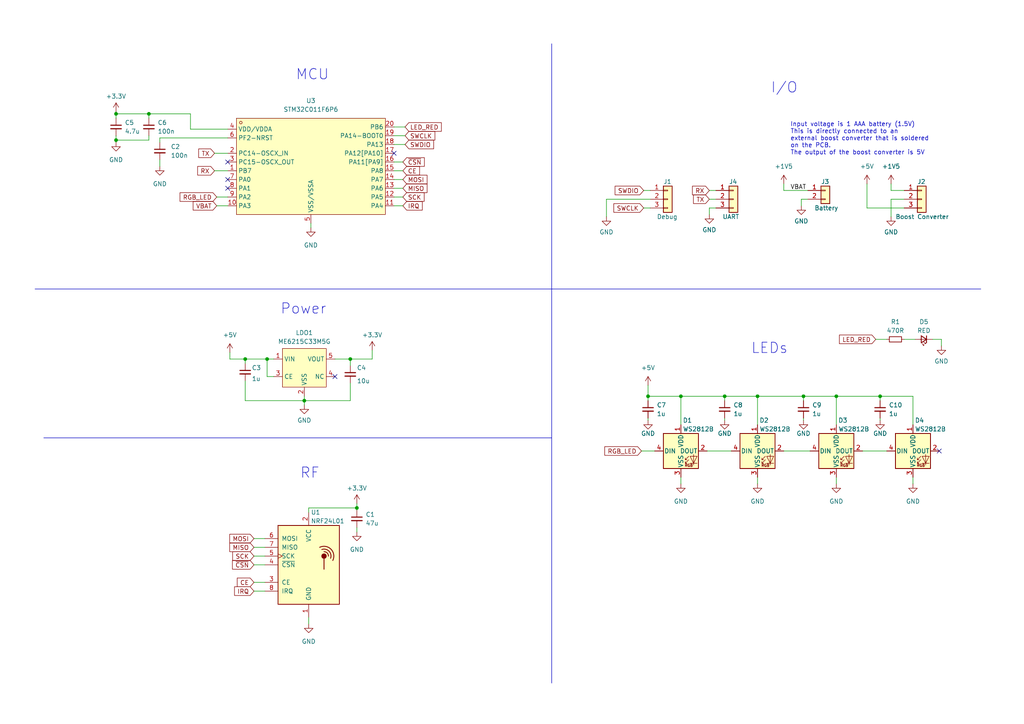
<source format=kicad_sch>
(kicad_sch (version 20230121) (generator eeschema)
  (paper "A4")
  (title_block (title "LumiGift") (date "2023-10-12") (rev "A") (company "Victor Krook"))
  (lib_symbols
    (symbol "Connector_Generic:Conn_01x02" (pin_names (offset 1.016) hide)
      (property "Reference" "J" (at 0 2.54 0))
      (property "Value" "Conn_01x02" (at 0 -5.08 0))
      (symbol "Conn_01x02_1_1"
        (rectangle (start -1.27 -2.413) (end 0 -2.667) (stroke (width 0.1524)))
        (rectangle (start -1.27 0.127) (end 0 -0.127) (stroke (width 0.1524)))
        (rectangle (start -1.27 1.27) (end 1.27 -3.81) (stroke (width 0.254)) (fill (type background)))
        (pin passive line (at -5.08 0 0) (length 3.81) (name "Pin_1") (number "1"))
        (pin passive line (at -5.08 -2.54 0) (length 3.81) (name "Pin_2") (number "2"))
      )
    )
    (symbol "Connector_Generic:Conn_01x03" (pin_names (offset 1.016) hide)
      (property "Reference" "J" (at 0 5.08 0))
      (property "Value" "Conn_01x03" (at 0 -5.08 0))
      (symbol "Conn_01x03_1_1"
        (rectangle (start -1.27 -2.413) (end 0 -2.667) (stroke (width 0.1524)))
        (rectangle (start -1.27 0.127) (end 0 -0.127) (stroke (width 0.1524)))
        (rectangle (start -1.27 2.667) (end 0 2.413) (stroke (width 0.1524)))
        (rectangle (start -1.27 3.81) (end 1.27 -3.81) (stroke (width 0.254)) (fill (type background)))
        (pin passive line (at -5.08 2.54 0) (length 3.81) (name "Pin_1") (number "1"))
        (pin passive line (at -5.08 0 0) (length 3.81) (name "Pin_2") (number "2"))
        (pin passive line (at -5.08 -2.54 0) (length 3.81) (name "Pin_3") (number "3"))
      )
    )
    (symbol "Device:C_Small" (pin_numbers hide) (pin_names (offset 0.254) hide)
      (property "Reference" "C" (at 0.254 1.778 0))
      (property "Value" "C_Small" (at 0.254 -2.032 0))
      (symbol "C_Small_0_1"
        (polyline (pts (xy -1.524 -0.508) (xy 1.524 -0.508)) (stroke (width 0.3302)))
        (polyline (pts (xy -1.524 0.508) (xy 1.524 0.508)) (stroke (width 0.3048)))
      )
      (symbol "C_Small_1_1"
        (pin passive line (at 0 2.54 270) (length 2.032) (name "~") (number "1"))
        (pin passive line (at 0 -2.54 90) (length 2.032) (name "~") (number "2"))
      )
    )
    (symbol "Device:LED_Small" (pin_numbers hide) (pin_names (offset 0.254) hide)
      (property "Reference" "D" (at -1.27 3.175 0))
      (property "Value" "LED_Small" (at -4.445 -2.54 0))
      (symbol "LED_Small_0_1"
        (polyline (pts (xy -0.762 -1.016) (xy -0.762 1.016)) (stroke (width 0.254)))
        (polyline (pts (xy 1.016 0) (xy -0.762 0)))
        (polyline (pts (xy 0.762 -1.016) (xy -0.762 0) (xy 0.762 1.016) (xy 0.762 -1.016)) (stroke (width 0.254)))
        (polyline (pts (xy 0 0.762) (xy -0.508 1.27) (xy -0.254 1.27) (xy -0.508 1.27) (xy -0.508 1.016)))
        (polyline (pts (xy 0.508 1.27) (xy 0 1.778) (xy 0.254 1.778) (xy 0 1.778) (xy 0 1.524)))
      )
      (symbol "LED_Small_1_1"
        (pin passive line (at -2.54 0 0) (length 1.778) (name "K") (number "1"))
        (pin passive line (at 2.54 0 180) (length 1.778) (name "A") (number "2"))
      )
    )
    (symbol "Device:R_Small" (pin_numbers hide) (pin_names (offset 0.254) hide)
      (property "Reference" "R" (at 0.762 0.508 0))
      (property "Value" "R_Small" (at 0.762 -1.016 0))
      (symbol "R_Small_0_1"
        (rectangle (start -0.762 1.778) (end 0.762 -1.778) (stroke (width 0.2032)))
      )
      (symbol "R_Small_1_1"
        (pin passive line (at 0 2.54 270) (length 0.762) (name "~") (number "1"))
        (pin passive line (at 0 -2.54 90) (length 0.762) (name "~") (number "2"))
      )
    )
    (symbol "LED:WS2812B" (pin_names (offset 0.254))
      (property "Reference" "D" (at 5.08 5.715 0))
      (property "Value" "WS2812B" (at 1.27 -5.715 0))
      (symbol "WS2812B_0_0"
        (text "RGB" (at 2.286 -4.191 0) (effects (font (size 0.762 0.762))))
      )
      (symbol "WS2812B_0_1"
        (polyline (pts (xy 1.27 -3.556) (xy 1.778 -3.556)))
        (polyline (pts (xy 1.27 -2.54) (xy 1.778 -2.54)))
        (polyline (pts (xy 4.699 -3.556) (xy 2.667 -3.556)))
        (polyline (pts (xy 2.286 -2.54) (xy 1.27 -3.556) (xy 1.27 -3.048)))
        (polyline (pts (xy 2.286 -1.524) (xy 1.27 -2.54) (xy 1.27 -2.032)))
        (polyline (pts (xy 3.683 -1.016) (xy 3.683 -3.556) (xy 3.683 -4.064)))
        (polyline (pts (xy 4.699 -1.524) (xy 2.667 -1.524) (xy 3.683 -3.556) (xy 4.699 -1.524)))
        (rectangle (start 5.08 5.08) (end -5.08 -5.08) (stroke (width 0.254)) (fill (type background)))
      )
      (symbol "WS2812B_1_1"
        (pin power_in line (at 0 7.62 270) (length 2.54) (name "VDD") (number "1"))
        (pin output line (at 7.62 0 180) (length 2.54) (name "DOUT") (number "2"))
        (pin power_in line (at 0 -7.62 90) (length 2.54) (name "VSS") (number "3"))
        (pin input line (at -7.62 0 0) (length 2.54) (name "DIN") (number "4"))
      )
    )
    (symbol "RF:NRF24L01_Breakout" (pin_names (offset 1.016))
      (property "Reference" "U" (at -8.89 12.7 0))
      (property "Value" "NRF24L01_Breakout" (at 3.81 12.7 0))
      (symbol "NRF24L01_Breakout_0_1"
        (rectangle (start -8.89 11.43) (end 8.89 -11.43) (stroke (width 0.254)) (fill (type background)))
        (polyline (pts (xy 4.445 1.905) (xy 4.445 -1.27)) (stroke (width 0.254)))
        (circle (center 4.445 2.54) (radius 0.635) (stroke (width 0.254)) (fill (type outline)))
        (arc (start 5.715 2.54) (mid 5.3521 3.4546) (end 4.445 3.81) (stroke (width 0.254)))
        (arc (start 6.35 1.905) (mid 5.8763 3.9854) (end 3.81 4.445) (stroke (width 0.254)))
        (arc (start 6.985 1.27) (mid 6.453 4.548) (end 3.175 5.08) (stroke (width 0.254)))
      )
      (symbol "NRF24L01_Breakout_1_1"
        (pin power_in line (at 0 -15.24 90) (length 3.81) (name "GND") (number "1"))
        (pin power_in line (at 0 15.24 270) (length 3.81) (name "VCC") (number "2"))
        (pin input line (at -12.7 -5.08 0) (length 3.81) (name "CE") (number "3"))
        (pin input line (at -12.7 0 0) (length 3.81) (name "~{CSN}") (number "4"))
        (pin input clock (at -12.7 2.54 0) (length 3.81) (name "SCK") (number "5"))
        (pin input line (at -12.7 7.62 0) (length 3.81) (name "MOSI") (number "6"))
        (pin output line (at -12.7 5.08 0) (length 3.81) (name "MISO") (number "7"))
        (pin output line (at -12.7 -7.62 0) (length 3.81) (name "IRQ") (number "8"))
      )
    )
    (symbol "easyeda2kicad:ME6215C33M5G"
      (property "Reference" "LDO" (at 0 7.62 0))
      (property "Value" "ME6215C33M5G" (at 0 -7.62 0))
      (symbol "ME6215C33M5G_0_1"
        (rectangle (start -6.35 5.59) (end 6.35 -5.59) (fill (type background)))
        (pin unspecified line (at -8.89 2.54 0) (length 2.54) (name "VIN") (number "1"))
        (pin unspecified line (at 0 -8.255 90) (length 2.54) (name "VSS") (number "2"))
        (pin unspecified line (at -8.89 -2.54 0) (length 2.54) (name "CE") (number "3"))
        (pin unspecified line (at 8.89 -2.54 180) (length 2.54) (name "NC") (number "4"))
        (pin unspecified line (at 8.89 2.54 180) (length 2.54) (name "VOUT") (number "5"))
      )
    )
    (symbol "easyeda2kicad:STM32C011F6P6"
      (property "Reference" "U" (at 0 16.51 0))
      (property "Value" "STM32C011F6P6" (at 0 -16.51 0))
      (symbol "STM32C011F6P6_0_1"
        (rectangle (start -21.59 13.97) (end 21.59 -13.97) (fill (type background)))
        (circle (center -20.32 12.7) (radius 0.38))
        (pin unspecified line (at -24.13 -1.27 0) (length 2.54) (name "PB7") (number "1"))
        (pin unspecified line (at -24.13 -11.43 0) (length 2.54) (name "PA3") (number "10"))
        (pin unspecified line (at 24.13 -11.43 180) (length 2.54) (name "PA4") (number "11"))
        (pin unspecified line (at 24.13 -8.89 180) (length 2.54) (name "PA5") (number "12"))
        (pin unspecified line (at 24.13 -6.35 180) (length 2.54) (name "PA6") (number "13"))
        (pin unspecified line (at 24.13 -3.81 180) (length 2.54) (name "PA7") (number "14"))
        (pin unspecified line (at 24.13 -1.27 180) (length 2.54) (name "PA8") (number "15"))
        (pin unspecified line (at 24.13 1.27 180) (length 2.54) (name "PA11[PA9]") (number "16"))
        (pin unspecified line (at 24.13 3.81 180) (length 2.54) (name "PA12[PA10]") (number "17"))
        (pin unspecified line (at 24.13 6.35 180) (length 2.54) (name "PA13") (number "18"))
        (pin unspecified line (at 24.13 8.89 180) (length 2.54) (name "PA14-BOOT0") (number "19"))
        (pin unspecified line (at -24.13 3.81 0) (length 2.54) (name "PC14-OSCX_IN") (number "2"))
        (pin unspecified line (at 24.13 11.43 180) (length 2.54) (name "PB6") (number "20"))
        (pin unspecified line (at -24.13 1.27 0) (length 2.54) (name "PC15-OSCX_OUT") (number "3"))
        (pin unspecified line (at -24.13 10.795 0) (length 2.54) (name "VDD/VDDA") (number "4"))
        (pin unspecified line (at 0 -16.51 90) (length 2.54) (name "VSS/VSSA") (number "5"))
        (pin unspecified line (at -24.13 8.255 0) (length 2.54) (name "PF2-NRST") (number "6"))
        (pin unspecified line (at -24.13 -3.81 0) (length 2.54) (name "PA0") (number "7"))
        (pin unspecified line (at -24.13 -6.35 0) (length 2.54) (name "PA1") (number "8"))
        (pin unspecified line (at -24.13 -8.89 0) (length 2.54) (name "PA2") (number "9"))
      )
    )
    (symbol "power:+1V5" (power) (pin_names (offset 0))
      (property "Value" "+1V5" (at 0 3.556 0))
      (symbol "+1V5_0_1"
        (polyline (pts (xy -0.762 1.27) (xy 0 2.54)))
        (polyline (pts (xy 0 0) (xy 0 2.54)))
        (polyline (pts (xy 0 2.54) (xy 0.762 1.27)))
      )
      (symbol "+1V5_1_1"
        (pin power_in line (at 0 0 90) (length 0) hide (name "+1V5") (number "1"))
      )
    )
    (symbol "power:+3.3V" (power) (pin_names (offset 0))
      (property "Value" "+3.3V" (at 0 3.556 0))
      (symbol "+3.3V_0_1"
        (polyline (pts (xy -0.762 1.27) (xy 0 2.54)))
        (polyline (pts (xy 0 0) (xy 0 2.54)))
        (polyline (pts (xy 0 2.54) (xy 0.762 1.27)))
      )
      (symbol "+3.3V_1_1"
        (pin power_in line (at 0 0 90) (length 0) hide (name "+3.3V") (number "1"))
      )
    )
    (symbol "power:+5V" (power) (pin_names (offset 0))
      (property "Value" "+5V" (at 0 3.556 0))
      (symbol "+5V_0_1"
        (polyline (pts (xy -0.762 1.27) (xy 0 2.54)))
        (polyline (pts (xy 0 0) (xy 0 2.54)))
        (polyline (pts (xy 0 2.54) (xy 0.762 1.27)))
      )
      (symbol "+5V_1_1"
        (pin power_in line (at 0 0 90) (length 0) hide (name "+5V") (number "1"))
      )
    )
    (symbol "power:GND" (power) (pin_names (offset 0))
      (property "Value" "GND" (at 0 -3.81 0))
      (symbol "GND_0_1"
        (polyline (pts (xy 0 0) (xy 0 -1.27) (xy 1.27 -1.27) (xy 0 -2.54) (xy -1.27 -1.27) (xy 0 -1.27)))
      )
      (symbol "GND_1_1"
        (pin power_in line (at 0 0 270) (length 0) hide (name "GND") (number "1"))
      )
    )
  )
  (junction (at 43.18 33.02))
  (junction (at 33.655 40.64))
  (junction (at 71.12 104.14))
  (junction (at 103.505 147.32))
  (junction (at 242.57 114.935))
  (junction (at 101.6 104.14))
  (junction (at 233.045 114.935))
  (junction (at 88.265 116.205))
  (junction (at 187.96 114.935))
  (junction (at 77.47 104.14))
  (junction (at 255.27 114.935))
  (junction (at 197.485 114.935))
  (junction (at 219.71 114.935))
  (junction (at 33.655 33.02))
  (junction (at 210.185 114.935))
  (no_connect (at 272.415 130.81))
  (no_connect (at 66.04 46.99))
  (no_connect (at 114.3 44.45))
  (no_connect (at 97.155 109.22))
  (no_connect (at 66.04 52.07))
  (no_connect (at 66.04 54.61))
  (wire (pts (xy 205.74 60.325) (xy 207.645 60.325)))
  (wire (pts (xy 233.045 114.935) (xy 242.57 114.935)))
  (wire (pts (xy 205.74 60.325) (xy 205.74 62.23)))
  (wire (pts (xy 187.96 121.285) (xy 187.96 121.92)))
  (wire (pts (xy 265.43 98.425) (xy 262.255 98.425)))
  (wire (pts (xy 73.66 163.83) (xy 76.835 163.83)))
  (wire (pts (xy 264.795 114.935) (xy 264.795 123.19)))
  (wire (pts (xy 234.315 57.785) (xy 232.41 57.785)))
  (wire (pts (xy 43.18 33.02) (xy 55.245 33.02)))
  (wire (pts (xy 89.535 147.32) (xy 89.535 148.59)))
  (wire (pts (xy 73.66 161.29) (xy 76.835 161.29)))
  (wire (pts (xy 103.505 153.035) (xy 103.505 154.305)))
  (wire (pts (xy 103.505 147.32) (xy 103.505 147.955)))
  (polyline (pts (xy 160.02 83.82) (xy 284.48 83.82)))
  (wire (pts (xy 187.96 111.76) (xy 187.96 114.935)))
  (wire (pts (xy 258.445 62.865) (xy 258.445 57.785)))
  (wire (pts (xy 62.23 49.53) (xy 66.04 49.53)))
  (wire (pts (xy 205.74 55.245) (xy 207.645 55.245)))
  (wire (pts (xy 186.055 130.81) (xy 189.865 130.81)))
  (wire (pts (xy 71.12 104.14) (xy 71.12 105.41)))
  (wire (pts (xy 46.355 48.26) (xy 46.355 46.355)))
  (wire (pts (xy 242.57 114.935) (xy 255.27 114.935)))
  (wire (pts (xy 205.74 57.785) (xy 207.645 57.785)))
  (wire (pts (xy 101.6 116.205) (xy 101.6 111.125)))
  (wire (pts (xy 197.485 138.43) (xy 197.485 140.335)))
  (wire (pts (xy 227.33 130.81) (xy 234.95 130.81)))
  (polyline (pts (xy 12.7 127) (xy 160.02 127)))
  (wire (pts (xy 186.69 55.245) (xy 188.595 55.245)))
  (wire (pts (xy 66.675 104.14) (xy 71.12 104.14)))
  (wire (pts (xy 73.66 171.45) (xy 76.835 171.45)))
  (wire (pts (xy 43.18 34.29) (xy 43.18 33.02)))
  (wire (pts (xy 250.19 130.81) (xy 257.175 130.81)))
  (wire (pts (xy 114.3 36.83) (xy 117.475 36.83)))
  (wire (pts (xy 114.3 46.99) (xy 116.84 46.99)))
  (wire (pts (xy 114.3 49.53) (xy 116.84 49.53)))
  (wire (pts (xy 255.27 121.285) (xy 255.27 121.92)))
  (wire (pts (xy 33.655 32.385) (xy 33.655 33.02)))
  (wire (pts (xy 219.71 138.43) (xy 219.71 140.335)))
  (wire (pts (xy 103.505 146.05) (xy 103.505 147.32)))
  (wire (pts (xy 175.895 62.865) (xy 175.895 57.785)))
  (wire (pts (xy 88.265 116.205) (xy 88.265 117.475)))
  (wire (pts (xy 186.69 60.325) (xy 188.595 60.325)))
  (wire (pts (xy 107.95 104.14) (xy 107.95 101.6)))
  (wire (pts (xy 114.3 41.91) (xy 117.475 41.91)))
  (wire (pts (xy 73.66 168.91) (xy 76.835 168.91)))
  (wire (pts (xy 71.12 104.14) (xy 77.47 104.14)))
  (wire (pts (xy 88.265 116.205) (xy 88.265 114.935)))
  (wire (pts (xy 233.045 121.285) (xy 233.045 121.92)))
  (wire (pts (xy 33.655 33.02) (xy 33.655 34.29)))
  (wire (pts (xy 33.655 40.64) (xy 43.18 40.64)))
  (polyline (pts (xy 160.02 127) (xy 160.02 198.12)))
  (wire (pts (xy 258.445 53.34) (xy 258.445 55.245)))
  (wire (pts (xy 255.27 114.935) (xy 255.27 116.205)))
  (wire (pts (xy 90.17 64.77) (xy 90.17 66.04)))
  (wire (pts (xy 197.485 114.935) (xy 197.485 123.19)))
  (wire (pts (xy 210.185 114.935) (xy 219.71 114.935)))
  (wire (pts (xy 251.46 60.325) (xy 251.46 53.34)))
  (wire (pts (xy 114.3 59.69) (xy 116.84 59.69)))
  (wire (pts (xy 219.71 114.935) (xy 219.71 123.19)))
  (wire (pts (xy 97.155 104.14) (xy 101.6 104.14)))
  (wire (pts (xy 33.655 39.37) (xy 33.655 40.64)))
  (wire (pts (xy 77.47 109.22) (xy 79.375 109.22)))
  (wire (pts (xy 242.57 114.935) (xy 242.57 123.19)))
  (wire (pts (xy 258.445 57.785) (xy 262.255 57.785)))
  (wire (pts (xy 197.485 114.935) (xy 210.185 114.935)))
  (wire (pts (xy 273.05 98.425) (xy 270.51 98.425)))
  (wire (pts (xy 175.895 57.785) (xy 188.595 57.785)))
  (wire (pts (xy 233.045 114.935) (xy 233.045 116.205)))
  (wire (pts (xy 210.185 121.285) (xy 210.185 121.92)))
  (wire (pts (xy 46.355 40.005) (xy 66.04 40.005)))
  (wire (pts (xy 114.3 54.61) (xy 116.84 54.61)))
  (wire (pts (xy 101.6 106.045) (xy 101.6 104.14)))
  (wire (pts (xy 232.41 57.785) (xy 232.41 59.69)))
  (wire (pts (xy 43.18 33.02) (xy 33.655 33.02)))
  (wire (pts (xy 88.265 116.205) (xy 101.6 116.205)))
  (wire (pts (xy 255.27 114.935) (xy 264.795 114.935)))
  (wire (pts (xy 62.23 44.45) (xy 66.04 44.45)))
  (wire (pts (xy 205.105 130.81) (xy 212.09 130.81)))
  (wire (pts (xy 71.12 116.205) (xy 88.265 116.205)))
  (wire (pts (xy 66.675 102.235) (xy 66.675 104.14)))
  (wire (pts (xy 264.795 138.43) (xy 264.795 140.335)))
  (wire (pts (xy 46.355 40.005) (xy 46.355 41.275)))
  (wire (pts (xy 101.6 104.14) (xy 107.95 104.14)))
  (wire (pts (xy 219.71 114.935) (xy 233.045 114.935)))
  (wire (pts (xy 73.66 158.75) (xy 76.835 158.75)))
  (wire (pts (xy 187.96 114.935) (xy 187.96 116.205)))
  (wire (pts (xy 242.57 138.43) (xy 242.57 140.335)))
  (wire (pts (xy 55.245 37.465) (xy 66.04 37.465)))
  (wire (pts (xy 257.175 98.425) (xy 254 98.425)))
  (wire (pts (xy 187.96 114.935) (xy 197.485 114.935)))
  (wire (pts (xy 71.12 110.49) (xy 71.12 116.205)))
  (wire (pts (xy 33.655 40.64) (xy 33.655 41.275)))
  (wire (pts (xy 77.47 109.22) (xy 77.47 104.14)))
  (wire (pts (xy 114.3 39.37) (xy 117.475 39.37)))
  (wire (pts (xy 43.18 40.64) (xy 43.18 39.37)))
  (wire (pts (xy 73.66 156.21) (xy 76.835 156.21)))
  (wire (pts (xy 227.33 53.34) (xy 227.33 55.245)))
  (wire (pts (xy 114.3 57.15) (xy 116.84 57.15)))
  (wire (pts (xy 62.865 57.15) (xy 66.04 57.15)))
  (wire (pts (xy 258.445 55.245) (xy 262.255 55.245)))
  (wire (pts (xy 89.535 179.07) (xy 89.535 180.975)))
  (wire (pts (xy 77.47 104.14) (xy 79.375 104.14)))
  (wire (pts (xy 62.865 59.69) (xy 66.04 59.69)))
  (wire (pts (xy 114.3 52.07) (xy 116.84 52.07)))
  (wire (pts (xy 89.535 147.32) (xy 103.505 147.32)))
  (polyline (pts (xy 160.02 12.7) (xy 160.02 127)))
  (wire (pts (xy 227.33 55.245) (xy 234.315 55.245)))
  (polyline (pts (xy 10.16 83.82) (xy 160.02 83.82)))
  (wire (pts (xy 251.46 60.325) (xy 262.255 60.325)))
  (wire (pts (xy 273.05 100.33) (xy 273.05 98.425)))
  (wire (pts (xy 210.185 114.935) (xy 210.185 116.205)))
  (wire (pts (xy 55.245 33.02) (xy 55.245 37.465)))
  (text "Input voltage is 1 AAA battery (1.5V)\nThis is directly connected to an\nexternal boost converter that is soldered\non the PCB.\nThe output of the boost converter is 5V" (at 229.235 45.085 0) (effects (font (size 1.27 1.27)) (justify left bottom)))
  (text "I/O" (at 223.52 27.305 0) (effects (font (size 3 3)) (justify left bottom)))
  (text "RF" (at 86.995 139.065 0) (effects (font (size 3 3)) (justify left bottom)))
  (text "Power" (at 81.28 91.44 0) (effects (font (size 3 3)) (justify left bottom)))
  (text "MCU" (at 85.725 23.495 0) (effects (font (size 3 3)) (justify left bottom)))
  (text "LEDs" (at 217.805 102.87 0) (effects (font (size 3 3)) (justify left bottom)))
  (label "VBAT" (at 229.235 55.245 0))
  (global_label "TX" (shape input) (at 205.74 57.785 180) (property "Intersheetrefs" "${INTERSHEET_REFS}" (effects hide)))
  (global_label "SCK" (shape input) (at 73.66 161.29 180) (property "Intersheetrefs" "${INTERSHEET_REFS}" (effects hide)))
  (global_label "RGB_LED" (shape input) (at 62.865 57.15 180) (property "Intersheetrefs" "${INTERSHEET_REFS}" (effects hide)))
  (global_label "MISO" (shape input) (at 116.84 54.61 0) (property "Intersheetrefs" "${INTERSHEET_REFS}" (effects hide)))
  (global_label "CE" (shape input) (at 73.66 168.91 180) (property "Intersheetrefs" "${INTERSHEET_REFS}" (effects hide)))
  (global_label "LED_RED" (shape input) (at 117.475 36.83 0) (property "Intersheetrefs" "${INTERSHEET_REFS}" (effects hide)))
  (global_label "~{CSN}" (shape input) (at 116.84 46.99 0) (property "Intersheetrefs" "${INTERSHEET_REFS}" (effects hide)))
  (global_label "SWCLK" (shape input) (at 117.475 39.37 0) (property "Intersheetrefs" "${INTERSHEET_REFS}" (effects hide)))
  (global_label "VBAT" (shape input) (at 62.865 59.69 180) (property "Intersheetrefs" "${INTERSHEET_REFS}" (effects hide)))
  (global_label "IRQ" (shape input) (at 73.66 171.45 180) (property "Intersheetrefs" "${INTERSHEET_REFS}" (effects hide)))
  (global_label "SCK" (shape input) (at 116.84 57.15 0) (property "Intersheetrefs" "${INTERSHEET_REFS}" (effects hide)))
  (global_label "SWCLK" (shape input) (at 186.69 60.325 180) (property "Intersheetrefs" "${INTERSHEET_REFS}" (effects hide)))
  (global_label "RGB_LED" (shape input) (at 186.055 130.81 180) (property "Intersheetrefs" "${INTERSHEET_REFS}" (effects hide)))
  (global_label "MOSI" (shape input) (at 73.66 156.21 180) (property "Intersheetrefs" "${INTERSHEET_REFS}" (effects hide)))
  (global_label "SWDIO" (shape input) (at 117.475 41.91 0) (property "Intersheetrefs" "${INTERSHEET_REFS}" (effects hide)))
  (global_label "RX" (shape input) (at 62.23 49.53 180) (property "Intersheetrefs" "${INTERSHEET_REFS}" (effects hide)))
  (global_label "MOSI" (shape input) (at 116.84 52.07 0) (property "Intersheetrefs" "${INTERSHEET_REFS}" (effects hide)))
  (global_label "SWDIO" (shape input) (at 186.69 55.245 180) (property "Intersheetrefs" "${INTERSHEET_REFS}" (effects hide)))
  (global_label "~{CSN}" (shape input) (at 73.66 163.83 180) (property "Intersheetrefs" "${INTERSHEET_REFS}" (effects hide)))
  (global_label "LED_RED" (shape input) (at 254 98.425 180) (property "Intersheetrefs" "${INTERSHEET_REFS}" (effects hide)))
  (global_label "TX" (shape input) (at 62.23 44.45 180) (property "Intersheetrefs" "${INTERSHEET_REFS}" (effects hide)))
  (global_label "IRQ" (shape input) (at 116.84 59.69 0) (property "Intersheetrefs" "${INTERSHEET_REFS}" (effects hide)))
  (global_label "MISO" (shape input) (at 73.66 158.75 180) (property "Intersheetrefs" "${INTERSHEET_REFS}" (effects hide)))
  (global_label "CE" (shape input) (at 116.84 49.53 0) (property "Intersheetrefs" "${INTERSHEET_REFS}" (effects hide)))
  (global_label "RX" (shape input) (at 205.74 55.245 180) (property "Intersheetrefs" "${INTERSHEET_REFS}" (effects hide)))
  (symbol (lib_id "Device:C_Small") (at 210.185 118.745 0) (unit 1)
    (property "Reference" "C8" (at 212.725 117.4813 0) (effects (justify left)))
    (property "Value" "1u" (at 212.725 120.0213 0) (effects (justify left)))
    (property "Footprint" "Capacitor_SMD:C_0402_1005Metric" (effects hide))
  )
  (symbol (lib_id "power:GND") (at 33.655 41.275 0) (unit 1)
    (property "Reference" "#PWR012" (effects hide))
    (property "Value" "GND" (at 33.655 46.355 0))
  )
  (symbol (lib_id "Connector_Generic:Conn_01x02") (at 239.395 55.245 0) (unit 1)
    (property "Reference" "J3" (at 238.125 52.705 0) (effects (justify left)))
    (property "Value" "Battery" (at 236.22 60.325 0) (effects (justify left)))
    (property "Footprint" "Custom3:AAA_Battery_Holder" (effects hide))
  )
  (symbol (lib_id "Device:C_Small") (at 46.355 43.815 0) (unit 1)
    (property "Reference" "C2" (at 49.53 42.5513 0) (effects (justify left)))
    (property "Value" "100n" (at 49.53 45.0913 0) (effects (justify left)))
    (property "Footprint" "Capacitor_SMD:C_0402_1005Metric" (effects hide))
  )
  (symbol (lib_id "power:+1V5") (at 258.445 53.34 0) (unit 1)
    (property "Reference" "#PWR014" (effects hide))
    (property "Value" "+1V5" (at 258.445 48.26 0))
  )
  (symbol (lib_id "Device:C_Small") (at 71.12 107.95 0) (unit 1)
    (property "Reference" "C3" (at 73.025 106.68 0) (effects (justify left)))
    (property "Value" "1u" (at 73.025 109.855 0) (effects (justify left)))
    (property "Footprint" "Capacitor_SMD:C_0402_1005Metric" (effects hide))
  )
  (symbol (lib_id "power:GND") (at 89.535 180.975 0) (unit 1)
    (property "Reference" "#PWR01" (effects hide))
    (property "Value" "GND" (at 89.535 186.055 0))
  )
  (symbol (lib_id "power:+3.3V") (at 107.95 101.6 0) (unit 1)
    (property "Reference" "#PWR09" (effects hide))
    (property "Value" "+3.3V" (at 107.95 97.155 0))
  )
  (symbol (lib_id "Connector_Generic:Conn_01x03") (at 212.725 57.785 0) (unit 1)
    (property "Reference" "J4" (at 211.455 52.705 0) (effects (justify left)))
    (property "Value" "UART" (at 209.55 62.865 0) (effects (justify left)))
    (property "Footprint" "Connector_PinHeader_2.54mm:PinHeader_1x03_P2.54mm_Vertical_SMD_Pin1Left" (effects hide))
    (property "MPN" "C5160786" (effects hide))
  )
  (symbol (lib_id "easyeda2kicad:STM32C011F6P6") (at 90.17 48.26 0) (unit 1)
    (property "Reference" "U3" (at 90.17 29.21 0))
    (property "Value" "STM32C011F6P6" (at 90.17 31.75 0))
    (property "Footprint" "easyeda2kicad:TSSOP-20_L6.5-W4.4-P0.65-LS6.4-BL" (effects hide))
    (property "LCSC Part" "C5456198" (effects hide))
  )
  (symbol (lib_id "Device:C_Small") (at 233.045 118.745 0) (unit 1)
    (property "Reference" "C9" (at 235.585 117.4813 0) (effects (justify left)))
    (property "Value" "1u" (at 235.585 120.0213 0) (effects (justify left)))
    (property "Footprint" "Capacitor_SMD:C_0402_1005Metric" (effects hide))
  )
  (symbol (lib_id "power:+3.3V") (at 103.505 146.05 0) (unit 1)
    (property "Reference" "#PWR03" (effects hide))
    (property "Value" "+3.3V" (at 103.505 141.605 0))
  )
  (symbol (lib_id "power:GND") (at 46.355 48.26 0) (unit 1)
    (property "Reference" "#PWR05" (effects hide))
    (property "Value" "GND" (at 46.355 53.34 0))
  )
  (symbol (lib_id "Device:C_Small") (at 103.505 150.495 0) (unit 1)
    (property "Reference" "C1" (at 106.045 149.2313 0) (effects (justify left)))
    (property "Value" "47u" (at 106.045 151.7713 0) (effects (justify left)))
    (property "Footprint" "Capacitor_SMD:C_1206_3216Metric" (effects hide))
  )
  (symbol (lib_id "power:+5V") (at 251.46 53.34 0) (unit 1)
    (property "Reference" "#PWR025" (effects hide))
    (property "Value" "+5V" (at 251.46 48.26 0))
  )
  (symbol (lib_id "LED:WS2812B") (at 264.795 130.81 0) (unit 1)
    (property "Reference" "D4" (at 266.7 121.92 0))
    (property "Value" "WS2812B" (at 269.875 124.46 0))
    (property "Footprint" "Custom3:LED_WS2812B_PLCC4_5.0x5.0mm_P3.2mm_No_Silk" (effects hide))
    (property "Datasheet" "https://cdn-shop.adafruit.com/datasheets/WS2812B.pdf" (effects hide))
  )
  (symbol (lib_id "power:GND") (at 242.57 140.335 0) (unit 1)
    (property "Reference" "#PWR022" (effects hide))
    (property "Value" "GND" (at 242.57 145.415 0))
  )
  (symbol (lib_id "Device:R_Small") (at 259.715 98.425 90) (unit 1)
    (property "Reference" "R1" (at 259.715 93.345 90))
    (property "Value" "470R" (at 259.715 95.885 90))
    (property "Footprint" "Resistor_SMD:R_0402_1005Metric" (effects hide))
  )
  (symbol (lib_id "power:GND") (at 197.485 140.335 0) (unit 1)
    (property "Reference" "#PWR016" (effects hide))
    (property "Value" "GND" (at 197.485 145.415 0))
  )
  (symbol (lib_id "Device:C_Small") (at 43.18 36.83 0) (unit 1)
    (property "Reference" "C6" (at 45.72 35.5663 0) (effects (justify left)))
    (property "Value" "100n" (at 45.72 38.1063 0) (effects (justify left)))
    (property "Footprint" "Capacitor_SMD:C_0402_1005Metric" (effects hide))
  )
  (symbol (lib_id "easyeda2kicad:ME6215C33M5G") (at 88.265 106.68 0) (unit 1)
    (property "Reference" "LDO1" (at 88.265 96.52 0))
    (property "Value" "ME6215C33M5G" (at 88.265 99.06 0))
    (property "Footprint" "easyeda2kicad:SOT-23-5_L3.0-W1.7-P0.95-LS2.8-BR" (effects hide))
    (property "Datasheet" "https://lcsc.com/product-detail/Low-Dropout-Regulators-LDO_ME6215C33M5G_C84119.html" (effects hide))
    (property "LCSC Part" "C84119" (effects hide))
  )
  (symbol (lib_id "Connector_Generic:Conn_01x03") (at 267.335 57.785 0) (unit 1)
    (property "Reference" "J2" (at 266.065 52.705 0) (effects (justify left)))
    (property "Value" "Boost Converter" (at 259.715 62.865 0) (effects (justify left)))
    (property "Footprint" "Connector_PinHeader_2.54mm:PinHeader_1x03_P2.54mm_Vertical" (effects hide))
  )
  (symbol (lib_id "power:GND") (at 205.74 62.23 0) (unit 1)
    (property "Reference" "#PWR026" (effects hide))
    (property "Value" "GND" (at 205.74 66.675 0))
  )
  (symbol (lib_id "power:GND") (at 258.445 62.865 0) (unit 1)
    (property "Reference" "#PWR07" (effects hide))
    (property "Value" "GND" (at 258.445 67.31 0))
  )
  (symbol (lib_id "power:GND") (at 264.795 140.335 0) (unit 1)
    (property "Reference" "#PWR024" (effects hide))
    (property "Value" "GND" (at 264.795 145.415 0))
  )
  (symbol (lib_id "Device:C_Small") (at 255.27 118.745 0) (unit 1)
    (property "Reference" "C10" (at 257.81 117.4813 0) (effects (justify left)))
    (property "Value" "1u" (at 257.81 120.0213 0) (effects (justify left)))
    (property "Footprint" "Capacitor_SMD:C_0402_1005Metric" (effects hide))
  )
  (symbol (lib_id "power:GND") (at 103.505 154.305 0) (unit 1)
    (property "Reference" "#PWR02" (effects hide))
    (property "Value" "GND" (at 103.505 159.385 0))
  )
  (symbol (lib_id "power:+1V5") (at 227.33 53.34 0) (unit 1)
    (property "Reference" "#PWR013" (effects hide))
    (property "Value" "+1V5" (at 227.33 48.26 0))
  )
  (symbol (lib_id "power:GND") (at 273.05 100.33 0) (unit 1)
    (property "Reference" "#PWR027" (effects hide))
    (property "Value" "GND" (at 273.05 104.775 0))
  )
  (symbol (lib_id "power:GND") (at 210.185 121.92 0) (unit 1)
    (property "Reference" "#PWR019" (effects hide))
    (property "Value" "GND" (at 210.185 125.73 0))
  )
  (symbol (lib_id "LED:WS2812B") (at 219.71 130.81 0) (unit 1)
    (property "Reference" "D2" (at 221.615 121.92 0))
    (property "Value" "WS2812B" (at 224.79 124.46 0))
    (property "Footprint" "Custom3:LED_WS2812B_PLCC4_5.0x5.0mm_P3.2mm_No_Silk" (effects hide))
    (property "Datasheet" "https://cdn-shop.adafruit.com/datasheets/WS2812B.pdf" (effects hide))
  )
  (symbol (lib_id "LED:WS2812B") (at 197.485 130.81 0) (unit 1)
    (property "Reference" "D1" (at 199.39 121.92 0))
    (property "Value" "WS2812B" (at 202.565 124.46 0))
    (property "Footprint" "Custom3:LED_WS2812B_PLCC4_5.0x5.0mm_P3.2mm_No_Silk" (effects hide))
    (property "Datasheet" "https://cdn-shop.adafruit.com/datasheets/WS2812B.pdf" (effects hide))
  )
  (symbol (lib_id "power:GND") (at 90.17 66.04 0) (unit 1)
    (property "Reference" "#PWR011" (effects hide))
    (property "Value" "GND" (at 90.17 71.12 0))
  )
  (symbol (lib_id "power:+5V") (at 66.675 102.235 0) (unit 1)
    (property "Reference" "#PWR010" (effects hide))
    (property "Value" "+5V" (at 66.675 97.155 0))
  )
  (symbol (lib_id "Connector_Generic:Conn_01x03") (at 193.675 57.785 0) (unit 1)
    (property "Reference" "J1" (at 192.405 52.705 0) (effects (justify left)))
    (property "Value" "Debug" (at 190.5 62.865 0) (effects (justify left)))
    (property "Footprint" "Connector_PinHeader_2.54mm:PinHeader_1x03_P2.54mm_Vertical_SMD_Pin1Left" (effects hide))
    (property "MPN" "C5160786" (effects hide))
  )
  (symbol (lib_id "power:GND") (at 232.41 59.69 0) (unit 1)
    (property "Reference" "#PWR015" (effects hide))
    (property "Value" "GND" (at 232.41 64.135 0))
  )
  (symbol (lib_id "power:GND") (at 233.045 121.92 0) (unit 1)
    (property "Reference" "#PWR021" (effects hide))
    (property "Value" "GND" (at 233.045 125.73 0))
  )
  (symbol (lib_id "power:GND") (at 88.265 117.475 0) (unit 1)
    (property "Reference" "#PWR08" (effects hide))
    (property "Value" "GND" (at 88.265 121.92 0))
  )
  (symbol (lib_id "power:GND") (at 175.895 62.865 0) (unit 1)
    (property "Reference" "#PWR06" (effects hide))
    (property "Value" "GND" (at 175.895 67.31 0))
  )
  (symbol (lib_id "Device:C_Small") (at 187.96 118.745 0) (unit 1)
    (property "Reference" "C7" (at 190.5 117.4813 0) (effects (justify left)))
    (property "Value" "1u" (at 190.5 120.0213 0) (effects (justify left)))
    (property "Footprint" "Capacitor_SMD:C_0402_1005Metric" (effects hide))
  )
  (symbol (lib_id "RF:NRF24L01_Breakout") (at 89.535 163.83 0) (unit 1)
    (property "Reference" "U1" (at 90.17 148.59 0) (effects (justify left)))
    (property "Value" "NRF24L01" (at 90.17 151.13 0) (effects (justify left)))
    (property "Footprint" "easyeda2kicad:HDR-SMD_8P-P2.54-V-F-R2-C4-S7.1" (effects hide))
    (property "Datasheet" "http://www.nordicsemi.com/eng/content/download/2730/34105/file/nRF24L01_Product_Specification_v2_0.pdf" (effects hide))
    (property "MPN" "C3975149" (effects hide))
  )
  (symbol (lib_id "LED:WS2812B") (at 242.57 130.81 0) (unit 1)
    (property "Reference" "D3" (at 244.475 121.92 0))
    (property "Value" "WS2812B" (at 247.65 124.46 0))
    (property "Footprint" "Custom3:LED_WS2812B_PLCC4_5.0x5.0mm_P3.2mm_No_Silk" (effects hide))
    (property "Datasheet" "https://cdn-shop.adafruit.com/datasheets/WS2812B.pdf" (effects hide))
  )
  (symbol (lib_id "power:GND") (at 187.96 121.92 0) (unit 1)
    (property "Reference" "#PWR018" (effects hide))
    (property "Value" "GND" (at 187.96 125.73 0))
  )
  (symbol (lib_id "power:+5V") (at 187.96 111.76 0) (unit 1)
    (property "Reference" "#PWR017" (effects hide))
    (property "Value" "+5V" (at 187.96 106.68 0))
  )
  (symbol (lib_id "power:+3.3V") (at 33.655 32.385 0) (unit 1)
    (property "Reference" "#PWR04" (effects hide))
    (property "Value" "+3.3V" (at 33.655 27.94 0))
  )
  (symbol (lib_id "power:GND") (at 219.71 140.335 0) (unit 1)
    (property "Reference" "#PWR020" (effects hide))
    (property "Value" "GND" (at 219.71 145.415 0))
  )
  (symbol (lib_id "power:GND") (at 255.27 121.92 0) (unit 1)
    (property "Reference" "#PWR023" (effects hide))
    (property "Value" "GND" (at 255.27 125.73 0))
  )
  (symbol (lib_id "Device:C_Small") (at 101.6 108.585 0) (unit 1)
    (property "Reference" "C4" (at 103.505 106.68 0) (effects (justify left)))
    (property "Value" "10u" (at 103.505 110.49 0) (effects (justify left)))
    (property "Footprint" "Capacitor_SMD:C_0805_2012Metric" (effects hide))
  )
  (symbol (lib_id "Device:C_Small") (at 33.655 36.83 0) (unit 1)
    (property "Reference" "C5" (at 36.195 35.5663 0) (effects (justify left)))
    (property "Value" "4.7u" (at 36.195 38.1063 0) (effects (justify left)))
    (property "Footprint" "Capacitor_SMD:C_0805_2012Metric" (effects hide))
  )
  (symbol (lib_id "Device:LED_Small") (at 267.97 98.425 180) (unit 1)
    (property "Reference" "D5" (at 267.97 93.345 0))
    (property "Value" "RED" (at 267.97 95.885 0))
    (property "Footprint" "LED_SMD:LED_0603_1608Metric" (effects hide))
  )
)
</source>
